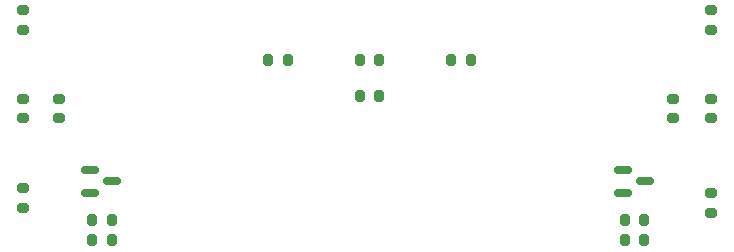
<source format=gbr>
%TF.GenerationSoftware,KiCad,Pcbnew,8.0.1*%
%TF.CreationDate,2024-03-24T20:28:12+02:00*%
%TF.ProjectId,EEE3088_HLDZUH001_Sensing,45454533-3038-4385-9f48-4c445a554830,rev?*%
%TF.SameCoordinates,Original*%
%TF.FileFunction,Paste,Top*%
%TF.FilePolarity,Positive*%
%FSLAX46Y46*%
G04 Gerber Fmt 4.6, Leading zero omitted, Abs format (unit mm)*
G04 Created by KiCad (PCBNEW 8.0.1) date 2024-03-24 20:28:12*
%MOMM*%
%LPD*%
G01*
G04 APERTURE LIST*
G04 Aperture macros list*
%AMRoundRect*
0 Rectangle with rounded corners*
0 $1 Rounding radius*
0 $2 $3 $4 $5 $6 $7 $8 $9 X,Y pos of 4 corners*
0 Add a 4 corners polygon primitive as box body*
4,1,4,$2,$3,$4,$5,$6,$7,$8,$9,$2,$3,0*
0 Add four circle primitives for the rounded corners*
1,1,$1+$1,$2,$3*
1,1,$1+$1,$4,$5*
1,1,$1+$1,$6,$7*
1,1,$1+$1,$8,$9*
0 Add four rect primitives between the rounded corners*
20,1,$1+$1,$2,$3,$4,$5,0*
20,1,$1+$1,$4,$5,$6,$7,0*
20,1,$1+$1,$6,$7,$8,$9,0*
20,1,$1+$1,$8,$9,$2,$3,0*%
G04 Aperture macros list end*
%ADD10RoundRect,0.200000X-0.200000X-0.275000X0.200000X-0.275000X0.200000X0.275000X-0.200000X0.275000X0*%
%ADD11RoundRect,0.200000X0.275000X-0.200000X0.275000X0.200000X-0.275000X0.200000X-0.275000X-0.200000X0*%
%ADD12RoundRect,0.200000X0.200000X0.275000X-0.200000X0.275000X-0.200000X-0.275000X0.200000X-0.275000X0*%
%ADD13RoundRect,0.200000X-0.275000X0.200000X-0.275000X-0.200000X0.275000X-0.200000X0.275000X0.200000X0*%
%ADD14RoundRect,0.150000X-0.587500X-0.150000X0.587500X-0.150000X0.587500X0.150000X-0.587500X0.150000X0*%
G04 APERTURE END LIST*
D10*
%TO.C,R16*%
X205325000Y-95500000D03*
X203675000Y-95500000D03*
%TD*%
%TO.C,R15*%
X205325000Y-93750000D03*
X203675000Y-93750000D03*
%TD*%
%TO.C,R14*%
X158600000Y-95500000D03*
X160250000Y-95500000D03*
%TD*%
%TO.C,R13*%
X160250000Y-93750000D03*
X158600000Y-93750000D03*
%TD*%
D11*
%TO.C,R12*%
X207750000Y-85150000D03*
X207750000Y-83500000D03*
%TD*%
D12*
%TO.C,R11*%
X182900000Y-83250000D03*
X181250000Y-83250000D03*
%TD*%
D11*
%TO.C,R10*%
X155750000Y-85150000D03*
X155750000Y-83500000D03*
%TD*%
%TO.C,R9*%
X211000000Y-83500000D03*
X211000000Y-85150000D03*
%TD*%
D12*
%TO.C,R8*%
X182900000Y-80250000D03*
X181250000Y-80250000D03*
%TD*%
D13*
%TO.C,R7*%
X152750000Y-83500000D03*
X152750000Y-85150000D03*
%TD*%
D11*
%TO.C,R6*%
X211000000Y-77650000D03*
X211000000Y-76000000D03*
%TD*%
D12*
%TO.C,R5*%
X175150000Y-80250000D03*
X173500000Y-80250000D03*
%TD*%
D13*
%TO.C,R4*%
X152750000Y-91100000D03*
X152750000Y-92750000D03*
%TD*%
D11*
%TO.C,R3*%
X211000000Y-91500000D03*
X211000000Y-93150000D03*
%TD*%
D12*
%TO.C,R2*%
X190650000Y-80250000D03*
X189000000Y-80250000D03*
%TD*%
D13*
%TO.C,R1*%
X152750000Y-76000000D03*
X152750000Y-77650000D03*
%TD*%
D14*
%TO.C,Q2*%
X205437500Y-90500000D03*
X203562500Y-91450000D03*
X203562500Y-89550000D03*
%TD*%
%TO.C,Q1*%
X158375000Y-89550000D03*
X158375000Y-91450000D03*
X160250000Y-90500000D03*
%TD*%
M02*

</source>
